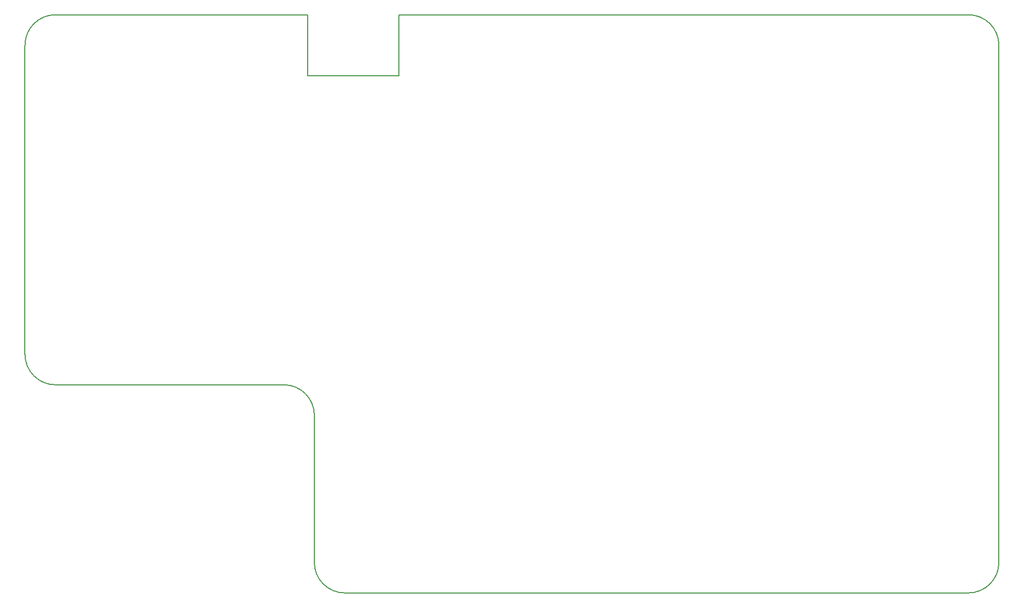
<source format=gbr>
%TF.GenerationSoftware,KiCad,Pcbnew,8.0.2-1*%
%TF.CreationDate,2024-05-28T17:04:48-06:00*%
%TF.ProjectId,magicfingers,6d616769-6366-4696-9e67-6572732e6b69,rev?*%
%TF.SameCoordinates,Original*%
%TF.FileFunction,Profile,NP*%
%FSLAX46Y46*%
G04 Gerber Fmt 4.6, Leading zero omitted, Abs format (unit mm)*
G04 Created by KiCad (PCBNEW 8.0.2-1) date 2024-05-28 17:04:48*
%MOMM*%
%LPD*%
G01*
G04 APERTURE LIST*
%TA.AperFunction,Profile*%
%ADD10C,0.200000*%
%TD*%
G04 APERTURE END LIST*
D10*
X95264000Y-46400000D02*
G75*
G02*
X100264000Y-41400000I5000000J0D01*
G01*
X142800000Y-107200000D02*
X142800000Y-131400000D01*
X255264000Y-131400000D02*
G75*
G02*
X250264000Y-136400000I-5000000J0D01*
G01*
X141675000Y-51400000D02*
X141675000Y-41400000D01*
X137800000Y-102200000D02*
G75*
G02*
X142800000Y-107200000I0J-5000000D01*
G01*
X156675000Y-51400000D02*
X141675000Y-51400000D01*
X255264000Y-46400000D02*
X255264000Y-131400000D01*
X147800000Y-136400000D02*
X250264000Y-136400000D01*
X141675000Y-41400000D02*
X100264000Y-41400000D01*
X100264000Y-102200000D02*
G75*
G02*
X95264000Y-97200000I0J5000000D01*
G01*
X95264000Y-97200000D02*
X95264000Y-46400000D01*
X250264000Y-41400000D02*
G75*
G02*
X255264000Y-46400000I0J-5000000D01*
G01*
X250264000Y-41400000D02*
X156675000Y-41400000D01*
X147800000Y-136400000D02*
G75*
G02*
X142800000Y-131400000I0J5000000D01*
G01*
X100264000Y-102200000D02*
X137800000Y-102200000D01*
X156675000Y-41400000D02*
X156675000Y-51400000D01*
M02*

</source>
